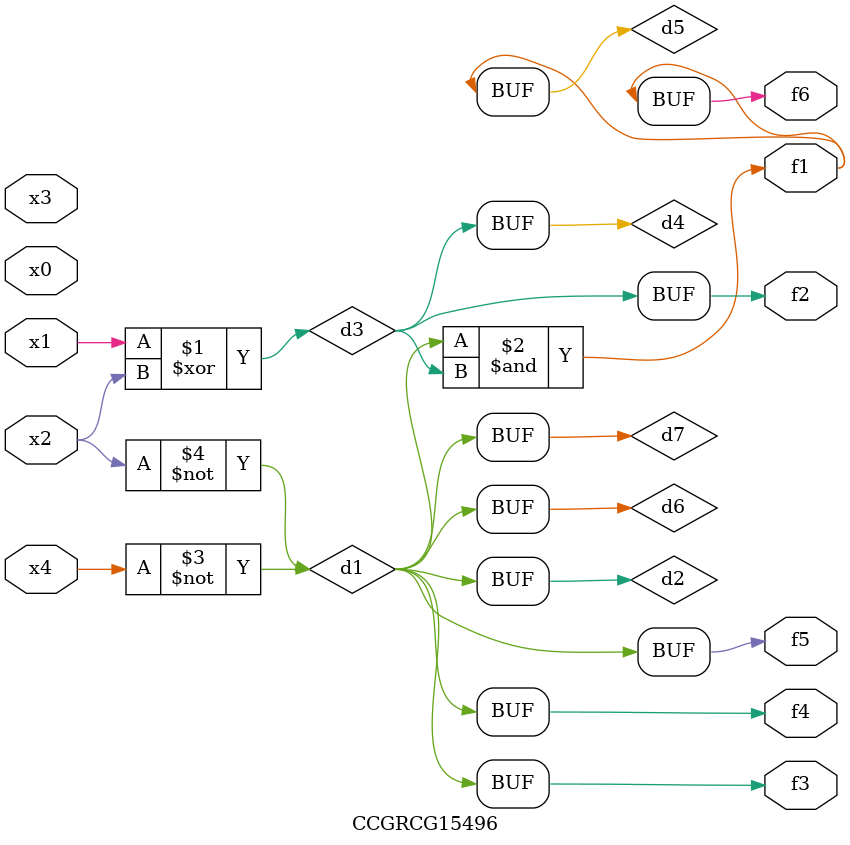
<source format=v>
module CCGRCG15496(
	input x0, x1, x2, x3, x4,
	output f1, f2, f3, f4, f5, f6
);

	wire d1, d2, d3, d4, d5, d6, d7;

	not (d1, x4);
	not (d2, x2);
	xor (d3, x1, x2);
	buf (d4, d3);
	and (d5, d1, d3);
	buf (d6, d1, d2);
	buf (d7, d2);
	assign f1 = d5;
	assign f2 = d4;
	assign f3 = d7;
	assign f4 = d7;
	assign f5 = d7;
	assign f6 = d5;
endmodule

</source>
